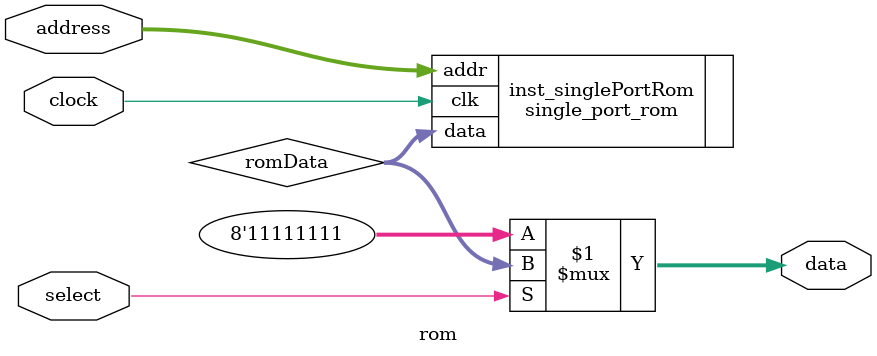
<source format=v>
/* ------------------------------------------------------------------
 * 2K ROM
 *
 * Copyright (C) 2022 Damian Wildie
 * ------------------------------------------------------------------*/
module rom
(
    input        clock,
    input [10:0] address,
    input        select,
    output [7:0] data
);

wire [7:0] romData;

single_port_rom #(
    .DATA_WIDTH(8),
    .ADDR_WIDTH(11),
    .OUTPUT_REG("FALSE"),
    .RAM_INIT_FILE("../src/test.inithex")
) inst_singlePortRom (
    .addr(address),
    .data(romData),
    .clk(clock)
);

assign data = select ? romData : 8'hFF;

endmodule

</source>
